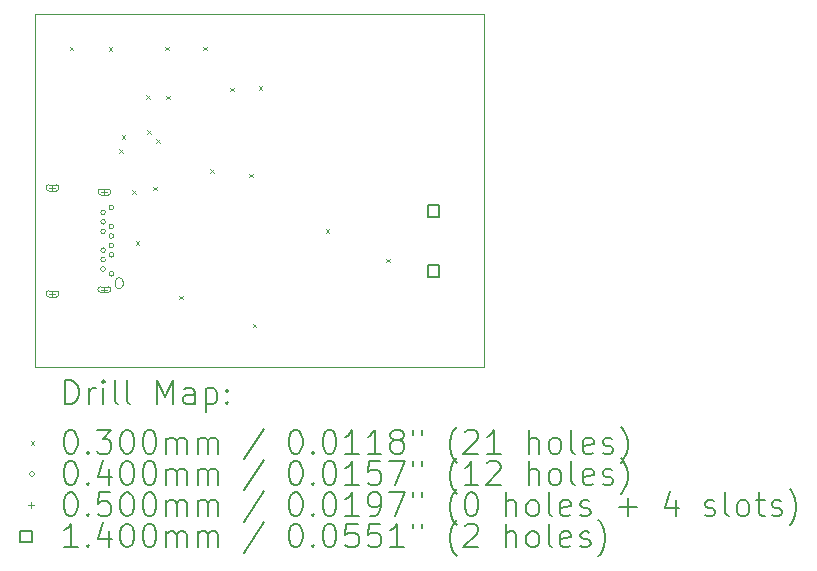
<source format=gbr>
%TF.GenerationSoftware,KiCad,Pcbnew,9.0.6*%
%TF.CreationDate,2026-01-22T02:23:31+05:30*%
%TF.ProjectId,USB-PD-Trigger-Board,5553422d-5044-42d5-9472-69676765722d,rev?*%
%TF.SameCoordinates,Original*%
%TF.FileFunction,Drillmap*%
%TF.FilePolarity,Positive*%
%FSLAX45Y45*%
G04 Gerber Fmt 4.5, Leading zero omitted, Abs format (unit mm)*
G04 Created by KiCad (PCBNEW 9.0.6) date 2026-01-22 02:23:31*
%MOMM*%
%LPD*%
G01*
G04 APERTURE LIST*
%ADD10C,0.050000*%
%ADD11C,0.010000*%
%ADD12C,0.200000*%
%ADD13C,0.100000*%
%ADD14C,0.140000*%
G04 APERTURE END LIST*
D10*
X10860000Y-9560000D02*
X14660000Y-9560000D01*
X14660000Y-12550000D01*
X10860000Y-12550000D01*
X10860000Y-9560000D01*
D11*
X11541750Y-11856000D02*
X11541750Y-11826000D01*
X11606750Y-11826000D02*
X11606750Y-11856000D01*
X11541750Y-11826000D02*
G75*
G02*
X11574250Y-11793500I32500J0D01*
G01*
X11574250Y-11793500D02*
G75*
G02*
X11606750Y-11826000I0J-32500D01*
G01*
X11574250Y-11888500D02*
G75*
G02*
X11541750Y-11856000I0J32500D01*
G01*
X11606750Y-11856000D02*
G75*
G02*
X11574250Y-11888500I-32500J0D01*
G01*
D12*
D13*
X11155000Y-9837700D02*
X11185000Y-9867700D01*
X11185000Y-9837700D02*
X11155000Y-9867700D01*
X11485000Y-9845000D02*
X11515000Y-9875000D01*
X11515000Y-9845000D02*
X11485000Y-9875000D01*
X11575000Y-10706250D02*
X11605000Y-10736250D01*
X11605000Y-10706250D02*
X11575000Y-10736250D01*
X11595000Y-10586250D02*
X11625000Y-10616250D01*
X11625000Y-10586250D02*
X11595000Y-10616250D01*
X11685000Y-11055000D02*
X11715000Y-11085000D01*
X11715000Y-11055000D02*
X11685000Y-11085000D01*
X11715000Y-11485000D02*
X11745000Y-11515000D01*
X11745000Y-11485000D02*
X11715000Y-11515000D01*
X11805374Y-10250521D02*
X11835374Y-10280521D01*
X11835374Y-10250521D02*
X11805374Y-10280521D01*
X11815000Y-10545000D02*
X11845000Y-10575000D01*
X11845000Y-10545000D02*
X11815000Y-10575000D01*
X11863600Y-11025000D02*
X11893600Y-11055000D01*
X11893600Y-11025000D02*
X11863600Y-11055000D01*
X11887500Y-10621250D02*
X11917500Y-10651250D01*
X11917500Y-10621250D02*
X11887500Y-10651250D01*
X11965000Y-9837700D02*
X11995000Y-9867700D01*
X11995000Y-9837700D02*
X11965000Y-9867700D01*
X11975000Y-10254558D02*
X12005000Y-10284558D01*
X12005000Y-10254558D02*
X11975000Y-10284558D01*
X12085000Y-11945000D02*
X12115000Y-11975000D01*
X12115000Y-11945000D02*
X12085000Y-11975000D01*
X12285000Y-9837700D02*
X12315000Y-9867700D01*
X12315000Y-9837700D02*
X12285000Y-9867700D01*
X12345000Y-10875000D02*
X12375000Y-10905000D01*
X12375000Y-10875000D02*
X12345000Y-10905000D01*
X12515000Y-10185000D02*
X12545000Y-10215000D01*
X12545000Y-10185000D02*
X12515000Y-10215000D01*
X12675000Y-10915000D02*
X12705000Y-10945000D01*
X12705000Y-10915000D02*
X12675000Y-10945000D01*
X12705000Y-12185000D02*
X12735000Y-12215000D01*
X12735000Y-12185000D02*
X12705000Y-12215000D01*
X12755000Y-10175000D02*
X12785000Y-10205000D01*
X12785000Y-10175000D02*
X12755000Y-10205000D01*
X13325000Y-11385000D02*
X13355000Y-11415000D01*
X13355000Y-11385000D02*
X13325000Y-11415000D01*
X13835000Y-11635000D02*
X13865000Y-11665000D01*
X13865000Y-11635000D02*
X13835000Y-11665000D01*
X11459250Y-11241000D02*
G75*
G02*
X11419250Y-11241000I-20000J0D01*
G01*
X11419250Y-11241000D02*
G75*
G02*
X11459250Y-11241000I20000J0D01*
G01*
X11459250Y-11321000D02*
G75*
G02*
X11419250Y-11321000I-20000J0D01*
G01*
X11419250Y-11321000D02*
G75*
G02*
X11459250Y-11321000I20000J0D01*
G01*
X11459250Y-11401000D02*
G75*
G02*
X11419250Y-11401000I-20000J0D01*
G01*
X11419250Y-11401000D02*
G75*
G02*
X11459250Y-11401000I20000J0D01*
G01*
X11459250Y-11561000D02*
G75*
G02*
X11419250Y-11561000I-20000J0D01*
G01*
X11419250Y-11561000D02*
G75*
G02*
X11459250Y-11561000I20000J0D01*
G01*
X11459250Y-11641000D02*
G75*
G02*
X11419250Y-11641000I-20000J0D01*
G01*
X11419250Y-11641000D02*
G75*
G02*
X11459250Y-11641000I20000J0D01*
G01*
X11459250Y-11721000D02*
G75*
G02*
X11419250Y-11721000I-20000J0D01*
G01*
X11419250Y-11721000D02*
G75*
G02*
X11459250Y-11721000I20000J0D01*
G01*
X11529250Y-11201000D02*
G75*
G02*
X11489250Y-11201000I-20000J0D01*
G01*
X11489250Y-11201000D02*
G75*
G02*
X11529250Y-11201000I20000J0D01*
G01*
X11529250Y-11361000D02*
G75*
G02*
X11489250Y-11361000I-20000J0D01*
G01*
X11489250Y-11361000D02*
G75*
G02*
X11529250Y-11361000I20000J0D01*
G01*
X11529250Y-11441000D02*
G75*
G02*
X11489250Y-11441000I-20000J0D01*
G01*
X11489250Y-11441000D02*
G75*
G02*
X11529250Y-11441000I20000J0D01*
G01*
X11529250Y-11521000D02*
G75*
G02*
X11489250Y-11521000I-20000J0D01*
G01*
X11489250Y-11521000D02*
G75*
G02*
X11529250Y-11521000I20000J0D01*
G01*
X11529250Y-11601000D02*
G75*
G02*
X11489250Y-11601000I-20000J0D01*
G01*
X11489250Y-11601000D02*
G75*
G02*
X11529250Y-11601000I20000J0D01*
G01*
X11529250Y-11761000D02*
G75*
G02*
X11489250Y-11761000I-20000J0D01*
G01*
X11489250Y-11761000D02*
G75*
G02*
X11529250Y-11761000I20000J0D01*
G01*
X11010250Y-11007000D02*
X11010250Y-11057000D01*
X10985250Y-11032000D02*
X11035250Y-11032000D01*
X11040250Y-11007000D02*
X10980250Y-11007000D01*
X10980250Y-11057000D02*
G75*
G02*
X10980250Y-11007000I0J25000D01*
G01*
X10980250Y-11057000D02*
X11040250Y-11057000D01*
X11040250Y-11057000D02*
G75*
G03*
X11040250Y-11007000I0J25000D01*
G01*
X11010250Y-11905000D02*
X11010250Y-11955000D01*
X10985250Y-11930000D02*
X11035250Y-11930000D01*
X11040250Y-11905000D02*
X10980250Y-11905000D01*
X10980250Y-11955000D02*
G75*
G02*
X10980250Y-11905000I0J25000D01*
G01*
X10980250Y-11955000D02*
X11040250Y-11955000D01*
X11040250Y-11955000D02*
G75*
G03*
X11040250Y-11905000I0J25000D01*
G01*
X11450250Y-11043000D02*
X11450250Y-11093000D01*
X11425250Y-11068000D02*
X11475250Y-11068000D01*
X11480250Y-11043000D02*
X11420250Y-11043000D01*
X11420250Y-11093000D02*
G75*
G02*
X11420250Y-11043000I0J25000D01*
G01*
X11420250Y-11093000D02*
X11480250Y-11093000D01*
X11480250Y-11093000D02*
G75*
G03*
X11480250Y-11043000I0J25000D01*
G01*
X11450250Y-11869000D02*
X11450250Y-11919000D01*
X11425250Y-11894000D02*
X11475250Y-11894000D01*
X11480250Y-11869000D02*
X11420250Y-11869000D01*
X11420250Y-11919000D02*
G75*
G02*
X11420250Y-11869000I0J25000D01*
G01*
X11420250Y-11919000D02*
X11480250Y-11919000D01*
X11480250Y-11919000D02*
G75*
G03*
X11480250Y-11869000I0J25000D01*
G01*
D14*
X14286398Y-11276498D02*
X14286398Y-11177502D01*
X14187402Y-11177502D01*
X14187402Y-11276498D01*
X14286398Y-11276498D01*
X14286398Y-11784498D02*
X14286398Y-11685502D01*
X14187402Y-11685502D01*
X14187402Y-11784498D01*
X14286398Y-11784498D01*
D12*
X11118277Y-12863984D02*
X11118277Y-12663984D01*
X11118277Y-12663984D02*
X11165896Y-12663984D01*
X11165896Y-12663984D02*
X11194467Y-12673508D01*
X11194467Y-12673508D02*
X11213515Y-12692555D01*
X11213515Y-12692555D02*
X11223039Y-12711603D01*
X11223039Y-12711603D02*
X11232562Y-12749698D01*
X11232562Y-12749698D02*
X11232562Y-12778269D01*
X11232562Y-12778269D02*
X11223039Y-12816365D01*
X11223039Y-12816365D02*
X11213515Y-12835412D01*
X11213515Y-12835412D02*
X11194467Y-12854460D01*
X11194467Y-12854460D02*
X11165896Y-12863984D01*
X11165896Y-12863984D02*
X11118277Y-12863984D01*
X11318277Y-12863984D02*
X11318277Y-12730650D01*
X11318277Y-12768746D02*
X11327801Y-12749698D01*
X11327801Y-12749698D02*
X11337324Y-12740174D01*
X11337324Y-12740174D02*
X11356372Y-12730650D01*
X11356372Y-12730650D02*
X11375420Y-12730650D01*
X11442086Y-12863984D02*
X11442086Y-12730650D01*
X11442086Y-12663984D02*
X11432562Y-12673508D01*
X11432562Y-12673508D02*
X11442086Y-12683031D01*
X11442086Y-12683031D02*
X11451610Y-12673508D01*
X11451610Y-12673508D02*
X11442086Y-12663984D01*
X11442086Y-12663984D02*
X11442086Y-12683031D01*
X11565896Y-12863984D02*
X11546848Y-12854460D01*
X11546848Y-12854460D02*
X11537324Y-12835412D01*
X11537324Y-12835412D02*
X11537324Y-12663984D01*
X11670658Y-12863984D02*
X11651610Y-12854460D01*
X11651610Y-12854460D02*
X11642086Y-12835412D01*
X11642086Y-12835412D02*
X11642086Y-12663984D01*
X11899229Y-12863984D02*
X11899229Y-12663984D01*
X11899229Y-12663984D02*
X11965896Y-12806841D01*
X11965896Y-12806841D02*
X12032562Y-12663984D01*
X12032562Y-12663984D02*
X12032562Y-12863984D01*
X12213515Y-12863984D02*
X12213515Y-12759222D01*
X12213515Y-12759222D02*
X12203991Y-12740174D01*
X12203991Y-12740174D02*
X12184943Y-12730650D01*
X12184943Y-12730650D02*
X12146848Y-12730650D01*
X12146848Y-12730650D02*
X12127801Y-12740174D01*
X12213515Y-12854460D02*
X12194467Y-12863984D01*
X12194467Y-12863984D02*
X12146848Y-12863984D01*
X12146848Y-12863984D02*
X12127801Y-12854460D01*
X12127801Y-12854460D02*
X12118277Y-12835412D01*
X12118277Y-12835412D02*
X12118277Y-12816365D01*
X12118277Y-12816365D02*
X12127801Y-12797317D01*
X12127801Y-12797317D02*
X12146848Y-12787793D01*
X12146848Y-12787793D02*
X12194467Y-12787793D01*
X12194467Y-12787793D02*
X12213515Y-12778269D01*
X12308753Y-12730650D02*
X12308753Y-12930650D01*
X12308753Y-12740174D02*
X12327801Y-12730650D01*
X12327801Y-12730650D02*
X12365896Y-12730650D01*
X12365896Y-12730650D02*
X12384943Y-12740174D01*
X12384943Y-12740174D02*
X12394467Y-12749698D01*
X12394467Y-12749698D02*
X12403991Y-12768746D01*
X12403991Y-12768746D02*
X12403991Y-12825888D01*
X12403991Y-12825888D02*
X12394467Y-12844936D01*
X12394467Y-12844936D02*
X12384943Y-12854460D01*
X12384943Y-12854460D02*
X12365896Y-12863984D01*
X12365896Y-12863984D02*
X12327801Y-12863984D01*
X12327801Y-12863984D02*
X12308753Y-12854460D01*
X12489705Y-12844936D02*
X12499229Y-12854460D01*
X12499229Y-12854460D02*
X12489705Y-12863984D01*
X12489705Y-12863984D02*
X12480182Y-12854460D01*
X12480182Y-12854460D02*
X12489705Y-12844936D01*
X12489705Y-12844936D02*
X12489705Y-12863984D01*
X12489705Y-12740174D02*
X12499229Y-12749698D01*
X12499229Y-12749698D02*
X12489705Y-12759222D01*
X12489705Y-12759222D02*
X12480182Y-12749698D01*
X12480182Y-12749698D02*
X12489705Y-12740174D01*
X12489705Y-12740174D02*
X12489705Y-12759222D01*
D13*
X10827500Y-13177500D02*
X10857500Y-13207500D01*
X10857500Y-13177500D02*
X10827500Y-13207500D01*
D12*
X11156372Y-13083984D02*
X11175420Y-13083984D01*
X11175420Y-13083984D02*
X11194467Y-13093508D01*
X11194467Y-13093508D02*
X11203991Y-13103031D01*
X11203991Y-13103031D02*
X11213515Y-13122079D01*
X11213515Y-13122079D02*
X11223039Y-13160174D01*
X11223039Y-13160174D02*
X11223039Y-13207793D01*
X11223039Y-13207793D02*
X11213515Y-13245888D01*
X11213515Y-13245888D02*
X11203991Y-13264936D01*
X11203991Y-13264936D02*
X11194467Y-13274460D01*
X11194467Y-13274460D02*
X11175420Y-13283984D01*
X11175420Y-13283984D02*
X11156372Y-13283984D01*
X11156372Y-13283984D02*
X11137324Y-13274460D01*
X11137324Y-13274460D02*
X11127801Y-13264936D01*
X11127801Y-13264936D02*
X11118277Y-13245888D01*
X11118277Y-13245888D02*
X11108753Y-13207793D01*
X11108753Y-13207793D02*
X11108753Y-13160174D01*
X11108753Y-13160174D02*
X11118277Y-13122079D01*
X11118277Y-13122079D02*
X11127801Y-13103031D01*
X11127801Y-13103031D02*
X11137324Y-13093508D01*
X11137324Y-13093508D02*
X11156372Y-13083984D01*
X11308753Y-13264936D02*
X11318277Y-13274460D01*
X11318277Y-13274460D02*
X11308753Y-13283984D01*
X11308753Y-13283984D02*
X11299229Y-13274460D01*
X11299229Y-13274460D02*
X11308753Y-13264936D01*
X11308753Y-13264936D02*
X11308753Y-13283984D01*
X11384943Y-13083984D02*
X11508753Y-13083984D01*
X11508753Y-13083984D02*
X11442086Y-13160174D01*
X11442086Y-13160174D02*
X11470658Y-13160174D01*
X11470658Y-13160174D02*
X11489705Y-13169698D01*
X11489705Y-13169698D02*
X11499229Y-13179222D01*
X11499229Y-13179222D02*
X11508753Y-13198269D01*
X11508753Y-13198269D02*
X11508753Y-13245888D01*
X11508753Y-13245888D02*
X11499229Y-13264936D01*
X11499229Y-13264936D02*
X11489705Y-13274460D01*
X11489705Y-13274460D02*
X11470658Y-13283984D01*
X11470658Y-13283984D02*
X11413515Y-13283984D01*
X11413515Y-13283984D02*
X11394467Y-13274460D01*
X11394467Y-13274460D02*
X11384943Y-13264936D01*
X11632562Y-13083984D02*
X11651610Y-13083984D01*
X11651610Y-13083984D02*
X11670658Y-13093508D01*
X11670658Y-13093508D02*
X11680182Y-13103031D01*
X11680182Y-13103031D02*
X11689705Y-13122079D01*
X11689705Y-13122079D02*
X11699229Y-13160174D01*
X11699229Y-13160174D02*
X11699229Y-13207793D01*
X11699229Y-13207793D02*
X11689705Y-13245888D01*
X11689705Y-13245888D02*
X11680182Y-13264936D01*
X11680182Y-13264936D02*
X11670658Y-13274460D01*
X11670658Y-13274460D02*
X11651610Y-13283984D01*
X11651610Y-13283984D02*
X11632562Y-13283984D01*
X11632562Y-13283984D02*
X11613515Y-13274460D01*
X11613515Y-13274460D02*
X11603991Y-13264936D01*
X11603991Y-13264936D02*
X11594467Y-13245888D01*
X11594467Y-13245888D02*
X11584943Y-13207793D01*
X11584943Y-13207793D02*
X11584943Y-13160174D01*
X11584943Y-13160174D02*
X11594467Y-13122079D01*
X11594467Y-13122079D02*
X11603991Y-13103031D01*
X11603991Y-13103031D02*
X11613515Y-13093508D01*
X11613515Y-13093508D02*
X11632562Y-13083984D01*
X11823039Y-13083984D02*
X11842086Y-13083984D01*
X11842086Y-13083984D02*
X11861134Y-13093508D01*
X11861134Y-13093508D02*
X11870658Y-13103031D01*
X11870658Y-13103031D02*
X11880182Y-13122079D01*
X11880182Y-13122079D02*
X11889705Y-13160174D01*
X11889705Y-13160174D02*
X11889705Y-13207793D01*
X11889705Y-13207793D02*
X11880182Y-13245888D01*
X11880182Y-13245888D02*
X11870658Y-13264936D01*
X11870658Y-13264936D02*
X11861134Y-13274460D01*
X11861134Y-13274460D02*
X11842086Y-13283984D01*
X11842086Y-13283984D02*
X11823039Y-13283984D01*
X11823039Y-13283984D02*
X11803991Y-13274460D01*
X11803991Y-13274460D02*
X11794467Y-13264936D01*
X11794467Y-13264936D02*
X11784943Y-13245888D01*
X11784943Y-13245888D02*
X11775420Y-13207793D01*
X11775420Y-13207793D02*
X11775420Y-13160174D01*
X11775420Y-13160174D02*
X11784943Y-13122079D01*
X11784943Y-13122079D02*
X11794467Y-13103031D01*
X11794467Y-13103031D02*
X11803991Y-13093508D01*
X11803991Y-13093508D02*
X11823039Y-13083984D01*
X11975420Y-13283984D02*
X11975420Y-13150650D01*
X11975420Y-13169698D02*
X11984943Y-13160174D01*
X11984943Y-13160174D02*
X12003991Y-13150650D01*
X12003991Y-13150650D02*
X12032563Y-13150650D01*
X12032563Y-13150650D02*
X12051610Y-13160174D01*
X12051610Y-13160174D02*
X12061134Y-13179222D01*
X12061134Y-13179222D02*
X12061134Y-13283984D01*
X12061134Y-13179222D02*
X12070658Y-13160174D01*
X12070658Y-13160174D02*
X12089705Y-13150650D01*
X12089705Y-13150650D02*
X12118277Y-13150650D01*
X12118277Y-13150650D02*
X12137324Y-13160174D01*
X12137324Y-13160174D02*
X12146848Y-13179222D01*
X12146848Y-13179222D02*
X12146848Y-13283984D01*
X12242086Y-13283984D02*
X12242086Y-13150650D01*
X12242086Y-13169698D02*
X12251610Y-13160174D01*
X12251610Y-13160174D02*
X12270658Y-13150650D01*
X12270658Y-13150650D02*
X12299229Y-13150650D01*
X12299229Y-13150650D02*
X12318277Y-13160174D01*
X12318277Y-13160174D02*
X12327801Y-13179222D01*
X12327801Y-13179222D02*
X12327801Y-13283984D01*
X12327801Y-13179222D02*
X12337324Y-13160174D01*
X12337324Y-13160174D02*
X12356372Y-13150650D01*
X12356372Y-13150650D02*
X12384943Y-13150650D01*
X12384943Y-13150650D02*
X12403991Y-13160174D01*
X12403991Y-13160174D02*
X12413515Y-13179222D01*
X12413515Y-13179222D02*
X12413515Y-13283984D01*
X12803991Y-13074460D02*
X12632563Y-13331603D01*
X13061134Y-13083984D02*
X13080182Y-13083984D01*
X13080182Y-13083984D02*
X13099229Y-13093508D01*
X13099229Y-13093508D02*
X13108753Y-13103031D01*
X13108753Y-13103031D02*
X13118277Y-13122079D01*
X13118277Y-13122079D02*
X13127801Y-13160174D01*
X13127801Y-13160174D02*
X13127801Y-13207793D01*
X13127801Y-13207793D02*
X13118277Y-13245888D01*
X13118277Y-13245888D02*
X13108753Y-13264936D01*
X13108753Y-13264936D02*
X13099229Y-13274460D01*
X13099229Y-13274460D02*
X13080182Y-13283984D01*
X13080182Y-13283984D02*
X13061134Y-13283984D01*
X13061134Y-13283984D02*
X13042086Y-13274460D01*
X13042086Y-13274460D02*
X13032563Y-13264936D01*
X13032563Y-13264936D02*
X13023039Y-13245888D01*
X13023039Y-13245888D02*
X13013515Y-13207793D01*
X13013515Y-13207793D02*
X13013515Y-13160174D01*
X13013515Y-13160174D02*
X13023039Y-13122079D01*
X13023039Y-13122079D02*
X13032563Y-13103031D01*
X13032563Y-13103031D02*
X13042086Y-13093508D01*
X13042086Y-13093508D02*
X13061134Y-13083984D01*
X13213515Y-13264936D02*
X13223039Y-13274460D01*
X13223039Y-13274460D02*
X13213515Y-13283984D01*
X13213515Y-13283984D02*
X13203991Y-13274460D01*
X13203991Y-13274460D02*
X13213515Y-13264936D01*
X13213515Y-13264936D02*
X13213515Y-13283984D01*
X13346848Y-13083984D02*
X13365896Y-13083984D01*
X13365896Y-13083984D02*
X13384944Y-13093508D01*
X13384944Y-13093508D02*
X13394467Y-13103031D01*
X13394467Y-13103031D02*
X13403991Y-13122079D01*
X13403991Y-13122079D02*
X13413515Y-13160174D01*
X13413515Y-13160174D02*
X13413515Y-13207793D01*
X13413515Y-13207793D02*
X13403991Y-13245888D01*
X13403991Y-13245888D02*
X13394467Y-13264936D01*
X13394467Y-13264936D02*
X13384944Y-13274460D01*
X13384944Y-13274460D02*
X13365896Y-13283984D01*
X13365896Y-13283984D02*
X13346848Y-13283984D01*
X13346848Y-13283984D02*
X13327801Y-13274460D01*
X13327801Y-13274460D02*
X13318277Y-13264936D01*
X13318277Y-13264936D02*
X13308753Y-13245888D01*
X13308753Y-13245888D02*
X13299229Y-13207793D01*
X13299229Y-13207793D02*
X13299229Y-13160174D01*
X13299229Y-13160174D02*
X13308753Y-13122079D01*
X13308753Y-13122079D02*
X13318277Y-13103031D01*
X13318277Y-13103031D02*
X13327801Y-13093508D01*
X13327801Y-13093508D02*
X13346848Y-13083984D01*
X13603991Y-13283984D02*
X13489706Y-13283984D01*
X13546848Y-13283984D02*
X13546848Y-13083984D01*
X13546848Y-13083984D02*
X13527801Y-13112555D01*
X13527801Y-13112555D02*
X13508753Y-13131603D01*
X13508753Y-13131603D02*
X13489706Y-13141127D01*
X13794467Y-13283984D02*
X13680182Y-13283984D01*
X13737325Y-13283984D02*
X13737325Y-13083984D01*
X13737325Y-13083984D02*
X13718277Y-13112555D01*
X13718277Y-13112555D02*
X13699229Y-13131603D01*
X13699229Y-13131603D02*
X13680182Y-13141127D01*
X13908753Y-13169698D02*
X13889706Y-13160174D01*
X13889706Y-13160174D02*
X13880182Y-13150650D01*
X13880182Y-13150650D02*
X13870658Y-13131603D01*
X13870658Y-13131603D02*
X13870658Y-13122079D01*
X13870658Y-13122079D02*
X13880182Y-13103031D01*
X13880182Y-13103031D02*
X13889706Y-13093508D01*
X13889706Y-13093508D02*
X13908753Y-13083984D01*
X13908753Y-13083984D02*
X13946848Y-13083984D01*
X13946848Y-13083984D02*
X13965896Y-13093508D01*
X13965896Y-13093508D02*
X13975420Y-13103031D01*
X13975420Y-13103031D02*
X13984944Y-13122079D01*
X13984944Y-13122079D02*
X13984944Y-13131603D01*
X13984944Y-13131603D02*
X13975420Y-13150650D01*
X13975420Y-13150650D02*
X13965896Y-13160174D01*
X13965896Y-13160174D02*
X13946848Y-13169698D01*
X13946848Y-13169698D02*
X13908753Y-13169698D01*
X13908753Y-13169698D02*
X13889706Y-13179222D01*
X13889706Y-13179222D02*
X13880182Y-13188746D01*
X13880182Y-13188746D02*
X13870658Y-13207793D01*
X13870658Y-13207793D02*
X13870658Y-13245888D01*
X13870658Y-13245888D02*
X13880182Y-13264936D01*
X13880182Y-13264936D02*
X13889706Y-13274460D01*
X13889706Y-13274460D02*
X13908753Y-13283984D01*
X13908753Y-13283984D02*
X13946848Y-13283984D01*
X13946848Y-13283984D02*
X13965896Y-13274460D01*
X13965896Y-13274460D02*
X13975420Y-13264936D01*
X13975420Y-13264936D02*
X13984944Y-13245888D01*
X13984944Y-13245888D02*
X13984944Y-13207793D01*
X13984944Y-13207793D02*
X13975420Y-13188746D01*
X13975420Y-13188746D02*
X13965896Y-13179222D01*
X13965896Y-13179222D02*
X13946848Y-13169698D01*
X14061134Y-13083984D02*
X14061134Y-13122079D01*
X14137325Y-13083984D02*
X14137325Y-13122079D01*
X14432563Y-13360174D02*
X14423039Y-13350650D01*
X14423039Y-13350650D02*
X14403991Y-13322079D01*
X14403991Y-13322079D02*
X14394468Y-13303031D01*
X14394468Y-13303031D02*
X14384944Y-13274460D01*
X14384944Y-13274460D02*
X14375420Y-13226841D01*
X14375420Y-13226841D02*
X14375420Y-13188746D01*
X14375420Y-13188746D02*
X14384944Y-13141127D01*
X14384944Y-13141127D02*
X14394468Y-13112555D01*
X14394468Y-13112555D02*
X14403991Y-13093508D01*
X14403991Y-13093508D02*
X14423039Y-13064936D01*
X14423039Y-13064936D02*
X14432563Y-13055412D01*
X14499229Y-13103031D02*
X14508753Y-13093508D01*
X14508753Y-13093508D02*
X14527801Y-13083984D01*
X14527801Y-13083984D02*
X14575420Y-13083984D01*
X14575420Y-13083984D02*
X14594468Y-13093508D01*
X14594468Y-13093508D02*
X14603991Y-13103031D01*
X14603991Y-13103031D02*
X14613515Y-13122079D01*
X14613515Y-13122079D02*
X14613515Y-13141127D01*
X14613515Y-13141127D02*
X14603991Y-13169698D01*
X14603991Y-13169698D02*
X14489706Y-13283984D01*
X14489706Y-13283984D02*
X14613515Y-13283984D01*
X14803991Y-13283984D02*
X14689706Y-13283984D01*
X14746848Y-13283984D02*
X14746848Y-13083984D01*
X14746848Y-13083984D02*
X14727801Y-13112555D01*
X14727801Y-13112555D02*
X14708753Y-13131603D01*
X14708753Y-13131603D02*
X14689706Y-13141127D01*
X15042087Y-13283984D02*
X15042087Y-13083984D01*
X15127801Y-13283984D02*
X15127801Y-13179222D01*
X15127801Y-13179222D02*
X15118277Y-13160174D01*
X15118277Y-13160174D02*
X15099230Y-13150650D01*
X15099230Y-13150650D02*
X15070658Y-13150650D01*
X15070658Y-13150650D02*
X15051610Y-13160174D01*
X15051610Y-13160174D02*
X15042087Y-13169698D01*
X15251610Y-13283984D02*
X15232563Y-13274460D01*
X15232563Y-13274460D02*
X15223039Y-13264936D01*
X15223039Y-13264936D02*
X15213515Y-13245888D01*
X15213515Y-13245888D02*
X15213515Y-13188746D01*
X15213515Y-13188746D02*
X15223039Y-13169698D01*
X15223039Y-13169698D02*
X15232563Y-13160174D01*
X15232563Y-13160174D02*
X15251610Y-13150650D01*
X15251610Y-13150650D02*
X15280182Y-13150650D01*
X15280182Y-13150650D02*
X15299230Y-13160174D01*
X15299230Y-13160174D02*
X15308753Y-13169698D01*
X15308753Y-13169698D02*
X15318277Y-13188746D01*
X15318277Y-13188746D02*
X15318277Y-13245888D01*
X15318277Y-13245888D02*
X15308753Y-13264936D01*
X15308753Y-13264936D02*
X15299230Y-13274460D01*
X15299230Y-13274460D02*
X15280182Y-13283984D01*
X15280182Y-13283984D02*
X15251610Y-13283984D01*
X15432563Y-13283984D02*
X15413515Y-13274460D01*
X15413515Y-13274460D02*
X15403991Y-13255412D01*
X15403991Y-13255412D02*
X15403991Y-13083984D01*
X15584944Y-13274460D02*
X15565896Y-13283984D01*
X15565896Y-13283984D02*
X15527801Y-13283984D01*
X15527801Y-13283984D02*
X15508753Y-13274460D01*
X15508753Y-13274460D02*
X15499230Y-13255412D01*
X15499230Y-13255412D02*
X15499230Y-13179222D01*
X15499230Y-13179222D02*
X15508753Y-13160174D01*
X15508753Y-13160174D02*
X15527801Y-13150650D01*
X15527801Y-13150650D02*
X15565896Y-13150650D01*
X15565896Y-13150650D02*
X15584944Y-13160174D01*
X15584944Y-13160174D02*
X15594468Y-13179222D01*
X15594468Y-13179222D02*
X15594468Y-13198269D01*
X15594468Y-13198269D02*
X15499230Y-13217317D01*
X15670658Y-13274460D02*
X15689706Y-13283984D01*
X15689706Y-13283984D02*
X15727801Y-13283984D01*
X15727801Y-13283984D02*
X15746849Y-13274460D01*
X15746849Y-13274460D02*
X15756372Y-13255412D01*
X15756372Y-13255412D02*
X15756372Y-13245888D01*
X15756372Y-13245888D02*
X15746849Y-13226841D01*
X15746849Y-13226841D02*
X15727801Y-13217317D01*
X15727801Y-13217317D02*
X15699230Y-13217317D01*
X15699230Y-13217317D02*
X15680182Y-13207793D01*
X15680182Y-13207793D02*
X15670658Y-13188746D01*
X15670658Y-13188746D02*
X15670658Y-13179222D01*
X15670658Y-13179222D02*
X15680182Y-13160174D01*
X15680182Y-13160174D02*
X15699230Y-13150650D01*
X15699230Y-13150650D02*
X15727801Y-13150650D01*
X15727801Y-13150650D02*
X15746849Y-13160174D01*
X15823039Y-13360174D02*
X15832563Y-13350650D01*
X15832563Y-13350650D02*
X15851611Y-13322079D01*
X15851611Y-13322079D02*
X15861134Y-13303031D01*
X15861134Y-13303031D02*
X15870658Y-13274460D01*
X15870658Y-13274460D02*
X15880182Y-13226841D01*
X15880182Y-13226841D02*
X15880182Y-13188746D01*
X15880182Y-13188746D02*
X15870658Y-13141127D01*
X15870658Y-13141127D02*
X15861134Y-13112555D01*
X15861134Y-13112555D02*
X15851611Y-13093508D01*
X15851611Y-13093508D02*
X15832563Y-13064936D01*
X15832563Y-13064936D02*
X15823039Y-13055412D01*
D13*
X10857500Y-13456500D02*
G75*
G02*
X10817500Y-13456500I-20000J0D01*
G01*
X10817500Y-13456500D02*
G75*
G02*
X10857500Y-13456500I20000J0D01*
G01*
D12*
X11156372Y-13347984D02*
X11175420Y-13347984D01*
X11175420Y-13347984D02*
X11194467Y-13357508D01*
X11194467Y-13357508D02*
X11203991Y-13367031D01*
X11203991Y-13367031D02*
X11213515Y-13386079D01*
X11213515Y-13386079D02*
X11223039Y-13424174D01*
X11223039Y-13424174D02*
X11223039Y-13471793D01*
X11223039Y-13471793D02*
X11213515Y-13509888D01*
X11213515Y-13509888D02*
X11203991Y-13528936D01*
X11203991Y-13528936D02*
X11194467Y-13538460D01*
X11194467Y-13538460D02*
X11175420Y-13547984D01*
X11175420Y-13547984D02*
X11156372Y-13547984D01*
X11156372Y-13547984D02*
X11137324Y-13538460D01*
X11137324Y-13538460D02*
X11127801Y-13528936D01*
X11127801Y-13528936D02*
X11118277Y-13509888D01*
X11118277Y-13509888D02*
X11108753Y-13471793D01*
X11108753Y-13471793D02*
X11108753Y-13424174D01*
X11108753Y-13424174D02*
X11118277Y-13386079D01*
X11118277Y-13386079D02*
X11127801Y-13367031D01*
X11127801Y-13367031D02*
X11137324Y-13357508D01*
X11137324Y-13357508D02*
X11156372Y-13347984D01*
X11308753Y-13528936D02*
X11318277Y-13538460D01*
X11318277Y-13538460D02*
X11308753Y-13547984D01*
X11308753Y-13547984D02*
X11299229Y-13538460D01*
X11299229Y-13538460D02*
X11308753Y-13528936D01*
X11308753Y-13528936D02*
X11308753Y-13547984D01*
X11489705Y-13414650D02*
X11489705Y-13547984D01*
X11442086Y-13338460D02*
X11394467Y-13481317D01*
X11394467Y-13481317D02*
X11518277Y-13481317D01*
X11632562Y-13347984D02*
X11651610Y-13347984D01*
X11651610Y-13347984D02*
X11670658Y-13357508D01*
X11670658Y-13357508D02*
X11680182Y-13367031D01*
X11680182Y-13367031D02*
X11689705Y-13386079D01*
X11689705Y-13386079D02*
X11699229Y-13424174D01*
X11699229Y-13424174D02*
X11699229Y-13471793D01*
X11699229Y-13471793D02*
X11689705Y-13509888D01*
X11689705Y-13509888D02*
X11680182Y-13528936D01*
X11680182Y-13528936D02*
X11670658Y-13538460D01*
X11670658Y-13538460D02*
X11651610Y-13547984D01*
X11651610Y-13547984D02*
X11632562Y-13547984D01*
X11632562Y-13547984D02*
X11613515Y-13538460D01*
X11613515Y-13538460D02*
X11603991Y-13528936D01*
X11603991Y-13528936D02*
X11594467Y-13509888D01*
X11594467Y-13509888D02*
X11584943Y-13471793D01*
X11584943Y-13471793D02*
X11584943Y-13424174D01*
X11584943Y-13424174D02*
X11594467Y-13386079D01*
X11594467Y-13386079D02*
X11603991Y-13367031D01*
X11603991Y-13367031D02*
X11613515Y-13357508D01*
X11613515Y-13357508D02*
X11632562Y-13347984D01*
X11823039Y-13347984D02*
X11842086Y-13347984D01*
X11842086Y-13347984D02*
X11861134Y-13357508D01*
X11861134Y-13357508D02*
X11870658Y-13367031D01*
X11870658Y-13367031D02*
X11880182Y-13386079D01*
X11880182Y-13386079D02*
X11889705Y-13424174D01*
X11889705Y-13424174D02*
X11889705Y-13471793D01*
X11889705Y-13471793D02*
X11880182Y-13509888D01*
X11880182Y-13509888D02*
X11870658Y-13528936D01*
X11870658Y-13528936D02*
X11861134Y-13538460D01*
X11861134Y-13538460D02*
X11842086Y-13547984D01*
X11842086Y-13547984D02*
X11823039Y-13547984D01*
X11823039Y-13547984D02*
X11803991Y-13538460D01*
X11803991Y-13538460D02*
X11794467Y-13528936D01*
X11794467Y-13528936D02*
X11784943Y-13509888D01*
X11784943Y-13509888D02*
X11775420Y-13471793D01*
X11775420Y-13471793D02*
X11775420Y-13424174D01*
X11775420Y-13424174D02*
X11784943Y-13386079D01*
X11784943Y-13386079D02*
X11794467Y-13367031D01*
X11794467Y-13367031D02*
X11803991Y-13357508D01*
X11803991Y-13357508D02*
X11823039Y-13347984D01*
X11975420Y-13547984D02*
X11975420Y-13414650D01*
X11975420Y-13433698D02*
X11984943Y-13424174D01*
X11984943Y-13424174D02*
X12003991Y-13414650D01*
X12003991Y-13414650D02*
X12032563Y-13414650D01*
X12032563Y-13414650D02*
X12051610Y-13424174D01*
X12051610Y-13424174D02*
X12061134Y-13443222D01*
X12061134Y-13443222D02*
X12061134Y-13547984D01*
X12061134Y-13443222D02*
X12070658Y-13424174D01*
X12070658Y-13424174D02*
X12089705Y-13414650D01*
X12089705Y-13414650D02*
X12118277Y-13414650D01*
X12118277Y-13414650D02*
X12137324Y-13424174D01*
X12137324Y-13424174D02*
X12146848Y-13443222D01*
X12146848Y-13443222D02*
X12146848Y-13547984D01*
X12242086Y-13547984D02*
X12242086Y-13414650D01*
X12242086Y-13433698D02*
X12251610Y-13424174D01*
X12251610Y-13424174D02*
X12270658Y-13414650D01*
X12270658Y-13414650D02*
X12299229Y-13414650D01*
X12299229Y-13414650D02*
X12318277Y-13424174D01*
X12318277Y-13424174D02*
X12327801Y-13443222D01*
X12327801Y-13443222D02*
X12327801Y-13547984D01*
X12327801Y-13443222D02*
X12337324Y-13424174D01*
X12337324Y-13424174D02*
X12356372Y-13414650D01*
X12356372Y-13414650D02*
X12384943Y-13414650D01*
X12384943Y-13414650D02*
X12403991Y-13424174D01*
X12403991Y-13424174D02*
X12413515Y-13443222D01*
X12413515Y-13443222D02*
X12413515Y-13547984D01*
X12803991Y-13338460D02*
X12632563Y-13595603D01*
X13061134Y-13347984D02*
X13080182Y-13347984D01*
X13080182Y-13347984D02*
X13099229Y-13357508D01*
X13099229Y-13357508D02*
X13108753Y-13367031D01*
X13108753Y-13367031D02*
X13118277Y-13386079D01*
X13118277Y-13386079D02*
X13127801Y-13424174D01*
X13127801Y-13424174D02*
X13127801Y-13471793D01*
X13127801Y-13471793D02*
X13118277Y-13509888D01*
X13118277Y-13509888D02*
X13108753Y-13528936D01*
X13108753Y-13528936D02*
X13099229Y-13538460D01*
X13099229Y-13538460D02*
X13080182Y-13547984D01*
X13080182Y-13547984D02*
X13061134Y-13547984D01*
X13061134Y-13547984D02*
X13042086Y-13538460D01*
X13042086Y-13538460D02*
X13032563Y-13528936D01*
X13032563Y-13528936D02*
X13023039Y-13509888D01*
X13023039Y-13509888D02*
X13013515Y-13471793D01*
X13013515Y-13471793D02*
X13013515Y-13424174D01*
X13013515Y-13424174D02*
X13023039Y-13386079D01*
X13023039Y-13386079D02*
X13032563Y-13367031D01*
X13032563Y-13367031D02*
X13042086Y-13357508D01*
X13042086Y-13357508D02*
X13061134Y-13347984D01*
X13213515Y-13528936D02*
X13223039Y-13538460D01*
X13223039Y-13538460D02*
X13213515Y-13547984D01*
X13213515Y-13547984D02*
X13203991Y-13538460D01*
X13203991Y-13538460D02*
X13213515Y-13528936D01*
X13213515Y-13528936D02*
X13213515Y-13547984D01*
X13346848Y-13347984D02*
X13365896Y-13347984D01*
X13365896Y-13347984D02*
X13384944Y-13357508D01*
X13384944Y-13357508D02*
X13394467Y-13367031D01*
X13394467Y-13367031D02*
X13403991Y-13386079D01*
X13403991Y-13386079D02*
X13413515Y-13424174D01*
X13413515Y-13424174D02*
X13413515Y-13471793D01*
X13413515Y-13471793D02*
X13403991Y-13509888D01*
X13403991Y-13509888D02*
X13394467Y-13528936D01*
X13394467Y-13528936D02*
X13384944Y-13538460D01*
X13384944Y-13538460D02*
X13365896Y-13547984D01*
X13365896Y-13547984D02*
X13346848Y-13547984D01*
X13346848Y-13547984D02*
X13327801Y-13538460D01*
X13327801Y-13538460D02*
X13318277Y-13528936D01*
X13318277Y-13528936D02*
X13308753Y-13509888D01*
X13308753Y-13509888D02*
X13299229Y-13471793D01*
X13299229Y-13471793D02*
X13299229Y-13424174D01*
X13299229Y-13424174D02*
X13308753Y-13386079D01*
X13308753Y-13386079D02*
X13318277Y-13367031D01*
X13318277Y-13367031D02*
X13327801Y-13357508D01*
X13327801Y-13357508D02*
X13346848Y-13347984D01*
X13603991Y-13547984D02*
X13489706Y-13547984D01*
X13546848Y-13547984D02*
X13546848Y-13347984D01*
X13546848Y-13347984D02*
X13527801Y-13376555D01*
X13527801Y-13376555D02*
X13508753Y-13395603D01*
X13508753Y-13395603D02*
X13489706Y-13405127D01*
X13784944Y-13347984D02*
X13689706Y-13347984D01*
X13689706Y-13347984D02*
X13680182Y-13443222D01*
X13680182Y-13443222D02*
X13689706Y-13433698D01*
X13689706Y-13433698D02*
X13708753Y-13424174D01*
X13708753Y-13424174D02*
X13756372Y-13424174D01*
X13756372Y-13424174D02*
X13775420Y-13433698D01*
X13775420Y-13433698D02*
X13784944Y-13443222D01*
X13784944Y-13443222D02*
X13794467Y-13462269D01*
X13794467Y-13462269D02*
X13794467Y-13509888D01*
X13794467Y-13509888D02*
X13784944Y-13528936D01*
X13784944Y-13528936D02*
X13775420Y-13538460D01*
X13775420Y-13538460D02*
X13756372Y-13547984D01*
X13756372Y-13547984D02*
X13708753Y-13547984D01*
X13708753Y-13547984D02*
X13689706Y-13538460D01*
X13689706Y-13538460D02*
X13680182Y-13528936D01*
X13861134Y-13347984D02*
X13994467Y-13347984D01*
X13994467Y-13347984D02*
X13908753Y-13547984D01*
X14061134Y-13347984D02*
X14061134Y-13386079D01*
X14137325Y-13347984D02*
X14137325Y-13386079D01*
X14432563Y-13624174D02*
X14423039Y-13614650D01*
X14423039Y-13614650D02*
X14403991Y-13586079D01*
X14403991Y-13586079D02*
X14394468Y-13567031D01*
X14394468Y-13567031D02*
X14384944Y-13538460D01*
X14384944Y-13538460D02*
X14375420Y-13490841D01*
X14375420Y-13490841D02*
X14375420Y-13452746D01*
X14375420Y-13452746D02*
X14384944Y-13405127D01*
X14384944Y-13405127D02*
X14394468Y-13376555D01*
X14394468Y-13376555D02*
X14403991Y-13357508D01*
X14403991Y-13357508D02*
X14423039Y-13328936D01*
X14423039Y-13328936D02*
X14432563Y-13319412D01*
X14613515Y-13547984D02*
X14499229Y-13547984D01*
X14556372Y-13547984D02*
X14556372Y-13347984D01*
X14556372Y-13347984D02*
X14537325Y-13376555D01*
X14537325Y-13376555D02*
X14518277Y-13395603D01*
X14518277Y-13395603D02*
X14499229Y-13405127D01*
X14689706Y-13367031D02*
X14699229Y-13357508D01*
X14699229Y-13357508D02*
X14718277Y-13347984D01*
X14718277Y-13347984D02*
X14765896Y-13347984D01*
X14765896Y-13347984D02*
X14784944Y-13357508D01*
X14784944Y-13357508D02*
X14794468Y-13367031D01*
X14794468Y-13367031D02*
X14803991Y-13386079D01*
X14803991Y-13386079D02*
X14803991Y-13405127D01*
X14803991Y-13405127D02*
X14794468Y-13433698D01*
X14794468Y-13433698D02*
X14680182Y-13547984D01*
X14680182Y-13547984D02*
X14803991Y-13547984D01*
X15042087Y-13547984D02*
X15042087Y-13347984D01*
X15127801Y-13547984D02*
X15127801Y-13443222D01*
X15127801Y-13443222D02*
X15118277Y-13424174D01*
X15118277Y-13424174D02*
X15099230Y-13414650D01*
X15099230Y-13414650D02*
X15070658Y-13414650D01*
X15070658Y-13414650D02*
X15051610Y-13424174D01*
X15051610Y-13424174D02*
X15042087Y-13433698D01*
X15251610Y-13547984D02*
X15232563Y-13538460D01*
X15232563Y-13538460D02*
X15223039Y-13528936D01*
X15223039Y-13528936D02*
X15213515Y-13509888D01*
X15213515Y-13509888D02*
X15213515Y-13452746D01*
X15213515Y-13452746D02*
X15223039Y-13433698D01*
X15223039Y-13433698D02*
X15232563Y-13424174D01*
X15232563Y-13424174D02*
X15251610Y-13414650D01*
X15251610Y-13414650D02*
X15280182Y-13414650D01*
X15280182Y-13414650D02*
X15299230Y-13424174D01*
X15299230Y-13424174D02*
X15308753Y-13433698D01*
X15308753Y-13433698D02*
X15318277Y-13452746D01*
X15318277Y-13452746D02*
X15318277Y-13509888D01*
X15318277Y-13509888D02*
X15308753Y-13528936D01*
X15308753Y-13528936D02*
X15299230Y-13538460D01*
X15299230Y-13538460D02*
X15280182Y-13547984D01*
X15280182Y-13547984D02*
X15251610Y-13547984D01*
X15432563Y-13547984D02*
X15413515Y-13538460D01*
X15413515Y-13538460D02*
X15403991Y-13519412D01*
X15403991Y-13519412D02*
X15403991Y-13347984D01*
X15584944Y-13538460D02*
X15565896Y-13547984D01*
X15565896Y-13547984D02*
X15527801Y-13547984D01*
X15527801Y-13547984D02*
X15508753Y-13538460D01*
X15508753Y-13538460D02*
X15499230Y-13519412D01*
X15499230Y-13519412D02*
X15499230Y-13443222D01*
X15499230Y-13443222D02*
X15508753Y-13424174D01*
X15508753Y-13424174D02*
X15527801Y-13414650D01*
X15527801Y-13414650D02*
X15565896Y-13414650D01*
X15565896Y-13414650D02*
X15584944Y-13424174D01*
X15584944Y-13424174D02*
X15594468Y-13443222D01*
X15594468Y-13443222D02*
X15594468Y-13462269D01*
X15594468Y-13462269D02*
X15499230Y-13481317D01*
X15670658Y-13538460D02*
X15689706Y-13547984D01*
X15689706Y-13547984D02*
X15727801Y-13547984D01*
X15727801Y-13547984D02*
X15746849Y-13538460D01*
X15746849Y-13538460D02*
X15756372Y-13519412D01*
X15756372Y-13519412D02*
X15756372Y-13509888D01*
X15756372Y-13509888D02*
X15746849Y-13490841D01*
X15746849Y-13490841D02*
X15727801Y-13481317D01*
X15727801Y-13481317D02*
X15699230Y-13481317D01*
X15699230Y-13481317D02*
X15680182Y-13471793D01*
X15680182Y-13471793D02*
X15670658Y-13452746D01*
X15670658Y-13452746D02*
X15670658Y-13443222D01*
X15670658Y-13443222D02*
X15680182Y-13424174D01*
X15680182Y-13424174D02*
X15699230Y-13414650D01*
X15699230Y-13414650D02*
X15727801Y-13414650D01*
X15727801Y-13414650D02*
X15746849Y-13424174D01*
X15823039Y-13624174D02*
X15832563Y-13614650D01*
X15832563Y-13614650D02*
X15851611Y-13586079D01*
X15851611Y-13586079D02*
X15861134Y-13567031D01*
X15861134Y-13567031D02*
X15870658Y-13538460D01*
X15870658Y-13538460D02*
X15880182Y-13490841D01*
X15880182Y-13490841D02*
X15880182Y-13452746D01*
X15880182Y-13452746D02*
X15870658Y-13405127D01*
X15870658Y-13405127D02*
X15861134Y-13376555D01*
X15861134Y-13376555D02*
X15851611Y-13357508D01*
X15851611Y-13357508D02*
X15832563Y-13328936D01*
X15832563Y-13328936D02*
X15823039Y-13319412D01*
D13*
X10832500Y-13695500D02*
X10832500Y-13745500D01*
X10807500Y-13720500D02*
X10857500Y-13720500D01*
D12*
X11156372Y-13611984D02*
X11175420Y-13611984D01*
X11175420Y-13611984D02*
X11194467Y-13621508D01*
X11194467Y-13621508D02*
X11203991Y-13631031D01*
X11203991Y-13631031D02*
X11213515Y-13650079D01*
X11213515Y-13650079D02*
X11223039Y-13688174D01*
X11223039Y-13688174D02*
X11223039Y-13735793D01*
X11223039Y-13735793D02*
X11213515Y-13773888D01*
X11213515Y-13773888D02*
X11203991Y-13792936D01*
X11203991Y-13792936D02*
X11194467Y-13802460D01*
X11194467Y-13802460D02*
X11175420Y-13811984D01*
X11175420Y-13811984D02*
X11156372Y-13811984D01*
X11156372Y-13811984D02*
X11137324Y-13802460D01*
X11137324Y-13802460D02*
X11127801Y-13792936D01*
X11127801Y-13792936D02*
X11118277Y-13773888D01*
X11118277Y-13773888D02*
X11108753Y-13735793D01*
X11108753Y-13735793D02*
X11108753Y-13688174D01*
X11108753Y-13688174D02*
X11118277Y-13650079D01*
X11118277Y-13650079D02*
X11127801Y-13631031D01*
X11127801Y-13631031D02*
X11137324Y-13621508D01*
X11137324Y-13621508D02*
X11156372Y-13611984D01*
X11308753Y-13792936D02*
X11318277Y-13802460D01*
X11318277Y-13802460D02*
X11308753Y-13811984D01*
X11308753Y-13811984D02*
X11299229Y-13802460D01*
X11299229Y-13802460D02*
X11308753Y-13792936D01*
X11308753Y-13792936D02*
X11308753Y-13811984D01*
X11499229Y-13611984D02*
X11403991Y-13611984D01*
X11403991Y-13611984D02*
X11394467Y-13707222D01*
X11394467Y-13707222D02*
X11403991Y-13697698D01*
X11403991Y-13697698D02*
X11423039Y-13688174D01*
X11423039Y-13688174D02*
X11470658Y-13688174D01*
X11470658Y-13688174D02*
X11489705Y-13697698D01*
X11489705Y-13697698D02*
X11499229Y-13707222D01*
X11499229Y-13707222D02*
X11508753Y-13726269D01*
X11508753Y-13726269D02*
X11508753Y-13773888D01*
X11508753Y-13773888D02*
X11499229Y-13792936D01*
X11499229Y-13792936D02*
X11489705Y-13802460D01*
X11489705Y-13802460D02*
X11470658Y-13811984D01*
X11470658Y-13811984D02*
X11423039Y-13811984D01*
X11423039Y-13811984D02*
X11403991Y-13802460D01*
X11403991Y-13802460D02*
X11394467Y-13792936D01*
X11632562Y-13611984D02*
X11651610Y-13611984D01*
X11651610Y-13611984D02*
X11670658Y-13621508D01*
X11670658Y-13621508D02*
X11680182Y-13631031D01*
X11680182Y-13631031D02*
X11689705Y-13650079D01*
X11689705Y-13650079D02*
X11699229Y-13688174D01*
X11699229Y-13688174D02*
X11699229Y-13735793D01*
X11699229Y-13735793D02*
X11689705Y-13773888D01*
X11689705Y-13773888D02*
X11680182Y-13792936D01*
X11680182Y-13792936D02*
X11670658Y-13802460D01*
X11670658Y-13802460D02*
X11651610Y-13811984D01*
X11651610Y-13811984D02*
X11632562Y-13811984D01*
X11632562Y-13811984D02*
X11613515Y-13802460D01*
X11613515Y-13802460D02*
X11603991Y-13792936D01*
X11603991Y-13792936D02*
X11594467Y-13773888D01*
X11594467Y-13773888D02*
X11584943Y-13735793D01*
X11584943Y-13735793D02*
X11584943Y-13688174D01*
X11584943Y-13688174D02*
X11594467Y-13650079D01*
X11594467Y-13650079D02*
X11603991Y-13631031D01*
X11603991Y-13631031D02*
X11613515Y-13621508D01*
X11613515Y-13621508D02*
X11632562Y-13611984D01*
X11823039Y-13611984D02*
X11842086Y-13611984D01*
X11842086Y-13611984D02*
X11861134Y-13621508D01*
X11861134Y-13621508D02*
X11870658Y-13631031D01*
X11870658Y-13631031D02*
X11880182Y-13650079D01*
X11880182Y-13650079D02*
X11889705Y-13688174D01*
X11889705Y-13688174D02*
X11889705Y-13735793D01*
X11889705Y-13735793D02*
X11880182Y-13773888D01*
X11880182Y-13773888D02*
X11870658Y-13792936D01*
X11870658Y-13792936D02*
X11861134Y-13802460D01*
X11861134Y-13802460D02*
X11842086Y-13811984D01*
X11842086Y-13811984D02*
X11823039Y-13811984D01*
X11823039Y-13811984D02*
X11803991Y-13802460D01*
X11803991Y-13802460D02*
X11794467Y-13792936D01*
X11794467Y-13792936D02*
X11784943Y-13773888D01*
X11784943Y-13773888D02*
X11775420Y-13735793D01*
X11775420Y-13735793D02*
X11775420Y-13688174D01*
X11775420Y-13688174D02*
X11784943Y-13650079D01*
X11784943Y-13650079D02*
X11794467Y-13631031D01*
X11794467Y-13631031D02*
X11803991Y-13621508D01*
X11803991Y-13621508D02*
X11823039Y-13611984D01*
X11975420Y-13811984D02*
X11975420Y-13678650D01*
X11975420Y-13697698D02*
X11984943Y-13688174D01*
X11984943Y-13688174D02*
X12003991Y-13678650D01*
X12003991Y-13678650D02*
X12032563Y-13678650D01*
X12032563Y-13678650D02*
X12051610Y-13688174D01*
X12051610Y-13688174D02*
X12061134Y-13707222D01*
X12061134Y-13707222D02*
X12061134Y-13811984D01*
X12061134Y-13707222D02*
X12070658Y-13688174D01*
X12070658Y-13688174D02*
X12089705Y-13678650D01*
X12089705Y-13678650D02*
X12118277Y-13678650D01*
X12118277Y-13678650D02*
X12137324Y-13688174D01*
X12137324Y-13688174D02*
X12146848Y-13707222D01*
X12146848Y-13707222D02*
X12146848Y-13811984D01*
X12242086Y-13811984D02*
X12242086Y-13678650D01*
X12242086Y-13697698D02*
X12251610Y-13688174D01*
X12251610Y-13688174D02*
X12270658Y-13678650D01*
X12270658Y-13678650D02*
X12299229Y-13678650D01*
X12299229Y-13678650D02*
X12318277Y-13688174D01*
X12318277Y-13688174D02*
X12327801Y-13707222D01*
X12327801Y-13707222D02*
X12327801Y-13811984D01*
X12327801Y-13707222D02*
X12337324Y-13688174D01*
X12337324Y-13688174D02*
X12356372Y-13678650D01*
X12356372Y-13678650D02*
X12384943Y-13678650D01*
X12384943Y-13678650D02*
X12403991Y-13688174D01*
X12403991Y-13688174D02*
X12413515Y-13707222D01*
X12413515Y-13707222D02*
X12413515Y-13811984D01*
X12803991Y-13602460D02*
X12632563Y-13859603D01*
X13061134Y-13611984D02*
X13080182Y-13611984D01*
X13080182Y-13611984D02*
X13099229Y-13621508D01*
X13099229Y-13621508D02*
X13108753Y-13631031D01*
X13108753Y-13631031D02*
X13118277Y-13650079D01*
X13118277Y-13650079D02*
X13127801Y-13688174D01*
X13127801Y-13688174D02*
X13127801Y-13735793D01*
X13127801Y-13735793D02*
X13118277Y-13773888D01*
X13118277Y-13773888D02*
X13108753Y-13792936D01*
X13108753Y-13792936D02*
X13099229Y-13802460D01*
X13099229Y-13802460D02*
X13080182Y-13811984D01*
X13080182Y-13811984D02*
X13061134Y-13811984D01*
X13061134Y-13811984D02*
X13042086Y-13802460D01*
X13042086Y-13802460D02*
X13032563Y-13792936D01*
X13032563Y-13792936D02*
X13023039Y-13773888D01*
X13023039Y-13773888D02*
X13013515Y-13735793D01*
X13013515Y-13735793D02*
X13013515Y-13688174D01*
X13013515Y-13688174D02*
X13023039Y-13650079D01*
X13023039Y-13650079D02*
X13032563Y-13631031D01*
X13032563Y-13631031D02*
X13042086Y-13621508D01*
X13042086Y-13621508D02*
X13061134Y-13611984D01*
X13213515Y-13792936D02*
X13223039Y-13802460D01*
X13223039Y-13802460D02*
X13213515Y-13811984D01*
X13213515Y-13811984D02*
X13203991Y-13802460D01*
X13203991Y-13802460D02*
X13213515Y-13792936D01*
X13213515Y-13792936D02*
X13213515Y-13811984D01*
X13346848Y-13611984D02*
X13365896Y-13611984D01*
X13365896Y-13611984D02*
X13384944Y-13621508D01*
X13384944Y-13621508D02*
X13394467Y-13631031D01*
X13394467Y-13631031D02*
X13403991Y-13650079D01*
X13403991Y-13650079D02*
X13413515Y-13688174D01*
X13413515Y-13688174D02*
X13413515Y-13735793D01*
X13413515Y-13735793D02*
X13403991Y-13773888D01*
X13403991Y-13773888D02*
X13394467Y-13792936D01*
X13394467Y-13792936D02*
X13384944Y-13802460D01*
X13384944Y-13802460D02*
X13365896Y-13811984D01*
X13365896Y-13811984D02*
X13346848Y-13811984D01*
X13346848Y-13811984D02*
X13327801Y-13802460D01*
X13327801Y-13802460D02*
X13318277Y-13792936D01*
X13318277Y-13792936D02*
X13308753Y-13773888D01*
X13308753Y-13773888D02*
X13299229Y-13735793D01*
X13299229Y-13735793D02*
X13299229Y-13688174D01*
X13299229Y-13688174D02*
X13308753Y-13650079D01*
X13308753Y-13650079D02*
X13318277Y-13631031D01*
X13318277Y-13631031D02*
X13327801Y-13621508D01*
X13327801Y-13621508D02*
X13346848Y-13611984D01*
X13603991Y-13811984D02*
X13489706Y-13811984D01*
X13546848Y-13811984D02*
X13546848Y-13611984D01*
X13546848Y-13611984D02*
X13527801Y-13640555D01*
X13527801Y-13640555D02*
X13508753Y-13659603D01*
X13508753Y-13659603D02*
X13489706Y-13669127D01*
X13699229Y-13811984D02*
X13737325Y-13811984D01*
X13737325Y-13811984D02*
X13756372Y-13802460D01*
X13756372Y-13802460D02*
X13765896Y-13792936D01*
X13765896Y-13792936D02*
X13784944Y-13764365D01*
X13784944Y-13764365D02*
X13794467Y-13726269D01*
X13794467Y-13726269D02*
X13794467Y-13650079D01*
X13794467Y-13650079D02*
X13784944Y-13631031D01*
X13784944Y-13631031D02*
X13775420Y-13621508D01*
X13775420Y-13621508D02*
X13756372Y-13611984D01*
X13756372Y-13611984D02*
X13718277Y-13611984D01*
X13718277Y-13611984D02*
X13699229Y-13621508D01*
X13699229Y-13621508D02*
X13689706Y-13631031D01*
X13689706Y-13631031D02*
X13680182Y-13650079D01*
X13680182Y-13650079D02*
X13680182Y-13697698D01*
X13680182Y-13697698D02*
X13689706Y-13716746D01*
X13689706Y-13716746D02*
X13699229Y-13726269D01*
X13699229Y-13726269D02*
X13718277Y-13735793D01*
X13718277Y-13735793D02*
X13756372Y-13735793D01*
X13756372Y-13735793D02*
X13775420Y-13726269D01*
X13775420Y-13726269D02*
X13784944Y-13716746D01*
X13784944Y-13716746D02*
X13794467Y-13697698D01*
X13861134Y-13611984D02*
X13994467Y-13611984D01*
X13994467Y-13611984D02*
X13908753Y-13811984D01*
X14061134Y-13611984D02*
X14061134Y-13650079D01*
X14137325Y-13611984D02*
X14137325Y-13650079D01*
X14432563Y-13888174D02*
X14423039Y-13878650D01*
X14423039Y-13878650D02*
X14403991Y-13850079D01*
X14403991Y-13850079D02*
X14394468Y-13831031D01*
X14394468Y-13831031D02*
X14384944Y-13802460D01*
X14384944Y-13802460D02*
X14375420Y-13754841D01*
X14375420Y-13754841D02*
X14375420Y-13716746D01*
X14375420Y-13716746D02*
X14384944Y-13669127D01*
X14384944Y-13669127D02*
X14394468Y-13640555D01*
X14394468Y-13640555D02*
X14403991Y-13621508D01*
X14403991Y-13621508D02*
X14423039Y-13592936D01*
X14423039Y-13592936D02*
X14432563Y-13583412D01*
X14546848Y-13611984D02*
X14565896Y-13611984D01*
X14565896Y-13611984D02*
X14584944Y-13621508D01*
X14584944Y-13621508D02*
X14594468Y-13631031D01*
X14594468Y-13631031D02*
X14603991Y-13650079D01*
X14603991Y-13650079D02*
X14613515Y-13688174D01*
X14613515Y-13688174D02*
X14613515Y-13735793D01*
X14613515Y-13735793D02*
X14603991Y-13773888D01*
X14603991Y-13773888D02*
X14594468Y-13792936D01*
X14594468Y-13792936D02*
X14584944Y-13802460D01*
X14584944Y-13802460D02*
X14565896Y-13811984D01*
X14565896Y-13811984D02*
X14546848Y-13811984D01*
X14546848Y-13811984D02*
X14527801Y-13802460D01*
X14527801Y-13802460D02*
X14518277Y-13792936D01*
X14518277Y-13792936D02*
X14508753Y-13773888D01*
X14508753Y-13773888D02*
X14499229Y-13735793D01*
X14499229Y-13735793D02*
X14499229Y-13688174D01*
X14499229Y-13688174D02*
X14508753Y-13650079D01*
X14508753Y-13650079D02*
X14518277Y-13631031D01*
X14518277Y-13631031D02*
X14527801Y-13621508D01*
X14527801Y-13621508D02*
X14546848Y-13611984D01*
X14851610Y-13811984D02*
X14851610Y-13611984D01*
X14937325Y-13811984D02*
X14937325Y-13707222D01*
X14937325Y-13707222D02*
X14927801Y-13688174D01*
X14927801Y-13688174D02*
X14908753Y-13678650D01*
X14908753Y-13678650D02*
X14880182Y-13678650D01*
X14880182Y-13678650D02*
X14861134Y-13688174D01*
X14861134Y-13688174D02*
X14851610Y-13697698D01*
X15061134Y-13811984D02*
X15042087Y-13802460D01*
X15042087Y-13802460D02*
X15032563Y-13792936D01*
X15032563Y-13792936D02*
X15023039Y-13773888D01*
X15023039Y-13773888D02*
X15023039Y-13716746D01*
X15023039Y-13716746D02*
X15032563Y-13697698D01*
X15032563Y-13697698D02*
X15042087Y-13688174D01*
X15042087Y-13688174D02*
X15061134Y-13678650D01*
X15061134Y-13678650D02*
X15089706Y-13678650D01*
X15089706Y-13678650D02*
X15108753Y-13688174D01*
X15108753Y-13688174D02*
X15118277Y-13697698D01*
X15118277Y-13697698D02*
X15127801Y-13716746D01*
X15127801Y-13716746D02*
X15127801Y-13773888D01*
X15127801Y-13773888D02*
X15118277Y-13792936D01*
X15118277Y-13792936D02*
X15108753Y-13802460D01*
X15108753Y-13802460D02*
X15089706Y-13811984D01*
X15089706Y-13811984D02*
X15061134Y-13811984D01*
X15242087Y-13811984D02*
X15223039Y-13802460D01*
X15223039Y-13802460D02*
X15213515Y-13783412D01*
X15213515Y-13783412D02*
X15213515Y-13611984D01*
X15394468Y-13802460D02*
X15375420Y-13811984D01*
X15375420Y-13811984D02*
X15337325Y-13811984D01*
X15337325Y-13811984D02*
X15318277Y-13802460D01*
X15318277Y-13802460D02*
X15308753Y-13783412D01*
X15308753Y-13783412D02*
X15308753Y-13707222D01*
X15308753Y-13707222D02*
X15318277Y-13688174D01*
X15318277Y-13688174D02*
X15337325Y-13678650D01*
X15337325Y-13678650D02*
X15375420Y-13678650D01*
X15375420Y-13678650D02*
X15394468Y-13688174D01*
X15394468Y-13688174D02*
X15403991Y-13707222D01*
X15403991Y-13707222D02*
X15403991Y-13726269D01*
X15403991Y-13726269D02*
X15308753Y-13745317D01*
X15480182Y-13802460D02*
X15499230Y-13811984D01*
X15499230Y-13811984D02*
X15537325Y-13811984D01*
X15537325Y-13811984D02*
X15556372Y-13802460D01*
X15556372Y-13802460D02*
X15565896Y-13783412D01*
X15565896Y-13783412D02*
X15565896Y-13773888D01*
X15565896Y-13773888D02*
X15556372Y-13754841D01*
X15556372Y-13754841D02*
X15537325Y-13745317D01*
X15537325Y-13745317D02*
X15508753Y-13745317D01*
X15508753Y-13745317D02*
X15489706Y-13735793D01*
X15489706Y-13735793D02*
X15480182Y-13716746D01*
X15480182Y-13716746D02*
X15480182Y-13707222D01*
X15480182Y-13707222D02*
X15489706Y-13688174D01*
X15489706Y-13688174D02*
X15508753Y-13678650D01*
X15508753Y-13678650D02*
X15537325Y-13678650D01*
X15537325Y-13678650D02*
X15556372Y-13688174D01*
X15803992Y-13735793D02*
X15956373Y-13735793D01*
X15880182Y-13811984D02*
X15880182Y-13659603D01*
X16289706Y-13678650D02*
X16289706Y-13811984D01*
X16242087Y-13602460D02*
X16194468Y-13745317D01*
X16194468Y-13745317D02*
X16318277Y-13745317D01*
X16537325Y-13802460D02*
X16556373Y-13811984D01*
X16556373Y-13811984D02*
X16594468Y-13811984D01*
X16594468Y-13811984D02*
X16613515Y-13802460D01*
X16613515Y-13802460D02*
X16623039Y-13783412D01*
X16623039Y-13783412D02*
X16623039Y-13773888D01*
X16623039Y-13773888D02*
X16613515Y-13754841D01*
X16613515Y-13754841D02*
X16594468Y-13745317D01*
X16594468Y-13745317D02*
X16565896Y-13745317D01*
X16565896Y-13745317D02*
X16546849Y-13735793D01*
X16546849Y-13735793D02*
X16537325Y-13716746D01*
X16537325Y-13716746D02*
X16537325Y-13707222D01*
X16537325Y-13707222D02*
X16546849Y-13688174D01*
X16546849Y-13688174D02*
X16565896Y-13678650D01*
X16565896Y-13678650D02*
X16594468Y-13678650D01*
X16594468Y-13678650D02*
X16613515Y-13688174D01*
X16737325Y-13811984D02*
X16718277Y-13802460D01*
X16718277Y-13802460D02*
X16708754Y-13783412D01*
X16708754Y-13783412D02*
X16708754Y-13611984D01*
X16842087Y-13811984D02*
X16823039Y-13802460D01*
X16823039Y-13802460D02*
X16813516Y-13792936D01*
X16813516Y-13792936D02*
X16803992Y-13773888D01*
X16803992Y-13773888D02*
X16803992Y-13716746D01*
X16803992Y-13716746D02*
X16813516Y-13697698D01*
X16813516Y-13697698D02*
X16823039Y-13688174D01*
X16823039Y-13688174D02*
X16842087Y-13678650D01*
X16842087Y-13678650D02*
X16870658Y-13678650D01*
X16870658Y-13678650D02*
X16889706Y-13688174D01*
X16889706Y-13688174D02*
X16899230Y-13697698D01*
X16899230Y-13697698D02*
X16908754Y-13716746D01*
X16908754Y-13716746D02*
X16908754Y-13773888D01*
X16908754Y-13773888D02*
X16899230Y-13792936D01*
X16899230Y-13792936D02*
X16889706Y-13802460D01*
X16889706Y-13802460D02*
X16870658Y-13811984D01*
X16870658Y-13811984D02*
X16842087Y-13811984D01*
X16965897Y-13678650D02*
X17042087Y-13678650D01*
X16994468Y-13611984D02*
X16994468Y-13783412D01*
X16994468Y-13783412D02*
X17003992Y-13802460D01*
X17003992Y-13802460D02*
X17023039Y-13811984D01*
X17023039Y-13811984D02*
X17042087Y-13811984D01*
X17099230Y-13802460D02*
X17118277Y-13811984D01*
X17118277Y-13811984D02*
X17156373Y-13811984D01*
X17156373Y-13811984D02*
X17175420Y-13802460D01*
X17175420Y-13802460D02*
X17184944Y-13783412D01*
X17184944Y-13783412D02*
X17184944Y-13773888D01*
X17184944Y-13773888D02*
X17175420Y-13754841D01*
X17175420Y-13754841D02*
X17156373Y-13745317D01*
X17156373Y-13745317D02*
X17127801Y-13745317D01*
X17127801Y-13745317D02*
X17108754Y-13735793D01*
X17108754Y-13735793D02*
X17099230Y-13716746D01*
X17099230Y-13716746D02*
X17099230Y-13707222D01*
X17099230Y-13707222D02*
X17108754Y-13688174D01*
X17108754Y-13688174D02*
X17127801Y-13678650D01*
X17127801Y-13678650D02*
X17156373Y-13678650D01*
X17156373Y-13678650D02*
X17175420Y-13688174D01*
X17251611Y-13888174D02*
X17261135Y-13878650D01*
X17261135Y-13878650D02*
X17280182Y-13850079D01*
X17280182Y-13850079D02*
X17289706Y-13831031D01*
X17289706Y-13831031D02*
X17299230Y-13802460D01*
X17299230Y-13802460D02*
X17308754Y-13754841D01*
X17308754Y-13754841D02*
X17308754Y-13716746D01*
X17308754Y-13716746D02*
X17299230Y-13669127D01*
X17299230Y-13669127D02*
X17289706Y-13640555D01*
X17289706Y-13640555D02*
X17280182Y-13621508D01*
X17280182Y-13621508D02*
X17261135Y-13592936D01*
X17261135Y-13592936D02*
X17251611Y-13583412D01*
D14*
X10836998Y-14033998D02*
X10836998Y-13935002D01*
X10738002Y-13935002D01*
X10738002Y-14033998D01*
X10836998Y-14033998D01*
D12*
X11223039Y-14075984D02*
X11108753Y-14075984D01*
X11165896Y-14075984D02*
X11165896Y-13875984D01*
X11165896Y-13875984D02*
X11146848Y-13904555D01*
X11146848Y-13904555D02*
X11127801Y-13923603D01*
X11127801Y-13923603D02*
X11108753Y-13933127D01*
X11308753Y-14056936D02*
X11318277Y-14066460D01*
X11318277Y-14066460D02*
X11308753Y-14075984D01*
X11308753Y-14075984D02*
X11299229Y-14066460D01*
X11299229Y-14066460D02*
X11308753Y-14056936D01*
X11308753Y-14056936D02*
X11308753Y-14075984D01*
X11489705Y-13942650D02*
X11489705Y-14075984D01*
X11442086Y-13866460D02*
X11394467Y-14009317D01*
X11394467Y-14009317D02*
X11518277Y-14009317D01*
X11632562Y-13875984D02*
X11651610Y-13875984D01*
X11651610Y-13875984D02*
X11670658Y-13885508D01*
X11670658Y-13885508D02*
X11680182Y-13895031D01*
X11680182Y-13895031D02*
X11689705Y-13914079D01*
X11689705Y-13914079D02*
X11699229Y-13952174D01*
X11699229Y-13952174D02*
X11699229Y-13999793D01*
X11699229Y-13999793D02*
X11689705Y-14037888D01*
X11689705Y-14037888D02*
X11680182Y-14056936D01*
X11680182Y-14056936D02*
X11670658Y-14066460D01*
X11670658Y-14066460D02*
X11651610Y-14075984D01*
X11651610Y-14075984D02*
X11632562Y-14075984D01*
X11632562Y-14075984D02*
X11613515Y-14066460D01*
X11613515Y-14066460D02*
X11603991Y-14056936D01*
X11603991Y-14056936D02*
X11594467Y-14037888D01*
X11594467Y-14037888D02*
X11584943Y-13999793D01*
X11584943Y-13999793D02*
X11584943Y-13952174D01*
X11584943Y-13952174D02*
X11594467Y-13914079D01*
X11594467Y-13914079D02*
X11603991Y-13895031D01*
X11603991Y-13895031D02*
X11613515Y-13885508D01*
X11613515Y-13885508D02*
X11632562Y-13875984D01*
X11823039Y-13875984D02*
X11842086Y-13875984D01*
X11842086Y-13875984D02*
X11861134Y-13885508D01*
X11861134Y-13885508D02*
X11870658Y-13895031D01*
X11870658Y-13895031D02*
X11880182Y-13914079D01*
X11880182Y-13914079D02*
X11889705Y-13952174D01*
X11889705Y-13952174D02*
X11889705Y-13999793D01*
X11889705Y-13999793D02*
X11880182Y-14037888D01*
X11880182Y-14037888D02*
X11870658Y-14056936D01*
X11870658Y-14056936D02*
X11861134Y-14066460D01*
X11861134Y-14066460D02*
X11842086Y-14075984D01*
X11842086Y-14075984D02*
X11823039Y-14075984D01*
X11823039Y-14075984D02*
X11803991Y-14066460D01*
X11803991Y-14066460D02*
X11794467Y-14056936D01*
X11794467Y-14056936D02*
X11784943Y-14037888D01*
X11784943Y-14037888D02*
X11775420Y-13999793D01*
X11775420Y-13999793D02*
X11775420Y-13952174D01*
X11775420Y-13952174D02*
X11784943Y-13914079D01*
X11784943Y-13914079D02*
X11794467Y-13895031D01*
X11794467Y-13895031D02*
X11803991Y-13885508D01*
X11803991Y-13885508D02*
X11823039Y-13875984D01*
X11975420Y-14075984D02*
X11975420Y-13942650D01*
X11975420Y-13961698D02*
X11984943Y-13952174D01*
X11984943Y-13952174D02*
X12003991Y-13942650D01*
X12003991Y-13942650D02*
X12032563Y-13942650D01*
X12032563Y-13942650D02*
X12051610Y-13952174D01*
X12051610Y-13952174D02*
X12061134Y-13971222D01*
X12061134Y-13971222D02*
X12061134Y-14075984D01*
X12061134Y-13971222D02*
X12070658Y-13952174D01*
X12070658Y-13952174D02*
X12089705Y-13942650D01*
X12089705Y-13942650D02*
X12118277Y-13942650D01*
X12118277Y-13942650D02*
X12137324Y-13952174D01*
X12137324Y-13952174D02*
X12146848Y-13971222D01*
X12146848Y-13971222D02*
X12146848Y-14075984D01*
X12242086Y-14075984D02*
X12242086Y-13942650D01*
X12242086Y-13961698D02*
X12251610Y-13952174D01*
X12251610Y-13952174D02*
X12270658Y-13942650D01*
X12270658Y-13942650D02*
X12299229Y-13942650D01*
X12299229Y-13942650D02*
X12318277Y-13952174D01*
X12318277Y-13952174D02*
X12327801Y-13971222D01*
X12327801Y-13971222D02*
X12327801Y-14075984D01*
X12327801Y-13971222D02*
X12337324Y-13952174D01*
X12337324Y-13952174D02*
X12356372Y-13942650D01*
X12356372Y-13942650D02*
X12384943Y-13942650D01*
X12384943Y-13942650D02*
X12403991Y-13952174D01*
X12403991Y-13952174D02*
X12413515Y-13971222D01*
X12413515Y-13971222D02*
X12413515Y-14075984D01*
X12803991Y-13866460D02*
X12632563Y-14123603D01*
X13061134Y-13875984D02*
X13080182Y-13875984D01*
X13080182Y-13875984D02*
X13099229Y-13885508D01*
X13099229Y-13885508D02*
X13108753Y-13895031D01*
X13108753Y-13895031D02*
X13118277Y-13914079D01*
X13118277Y-13914079D02*
X13127801Y-13952174D01*
X13127801Y-13952174D02*
X13127801Y-13999793D01*
X13127801Y-13999793D02*
X13118277Y-14037888D01*
X13118277Y-14037888D02*
X13108753Y-14056936D01*
X13108753Y-14056936D02*
X13099229Y-14066460D01*
X13099229Y-14066460D02*
X13080182Y-14075984D01*
X13080182Y-14075984D02*
X13061134Y-14075984D01*
X13061134Y-14075984D02*
X13042086Y-14066460D01*
X13042086Y-14066460D02*
X13032563Y-14056936D01*
X13032563Y-14056936D02*
X13023039Y-14037888D01*
X13023039Y-14037888D02*
X13013515Y-13999793D01*
X13013515Y-13999793D02*
X13013515Y-13952174D01*
X13013515Y-13952174D02*
X13023039Y-13914079D01*
X13023039Y-13914079D02*
X13032563Y-13895031D01*
X13032563Y-13895031D02*
X13042086Y-13885508D01*
X13042086Y-13885508D02*
X13061134Y-13875984D01*
X13213515Y-14056936D02*
X13223039Y-14066460D01*
X13223039Y-14066460D02*
X13213515Y-14075984D01*
X13213515Y-14075984D02*
X13203991Y-14066460D01*
X13203991Y-14066460D02*
X13213515Y-14056936D01*
X13213515Y-14056936D02*
X13213515Y-14075984D01*
X13346848Y-13875984D02*
X13365896Y-13875984D01*
X13365896Y-13875984D02*
X13384944Y-13885508D01*
X13384944Y-13885508D02*
X13394467Y-13895031D01*
X13394467Y-13895031D02*
X13403991Y-13914079D01*
X13403991Y-13914079D02*
X13413515Y-13952174D01*
X13413515Y-13952174D02*
X13413515Y-13999793D01*
X13413515Y-13999793D02*
X13403991Y-14037888D01*
X13403991Y-14037888D02*
X13394467Y-14056936D01*
X13394467Y-14056936D02*
X13384944Y-14066460D01*
X13384944Y-14066460D02*
X13365896Y-14075984D01*
X13365896Y-14075984D02*
X13346848Y-14075984D01*
X13346848Y-14075984D02*
X13327801Y-14066460D01*
X13327801Y-14066460D02*
X13318277Y-14056936D01*
X13318277Y-14056936D02*
X13308753Y-14037888D01*
X13308753Y-14037888D02*
X13299229Y-13999793D01*
X13299229Y-13999793D02*
X13299229Y-13952174D01*
X13299229Y-13952174D02*
X13308753Y-13914079D01*
X13308753Y-13914079D02*
X13318277Y-13895031D01*
X13318277Y-13895031D02*
X13327801Y-13885508D01*
X13327801Y-13885508D02*
X13346848Y-13875984D01*
X13594467Y-13875984D02*
X13499229Y-13875984D01*
X13499229Y-13875984D02*
X13489706Y-13971222D01*
X13489706Y-13971222D02*
X13499229Y-13961698D01*
X13499229Y-13961698D02*
X13518277Y-13952174D01*
X13518277Y-13952174D02*
X13565896Y-13952174D01*
X13565896Y-13952174D02*
X13584944Y-13961698D01*
X13584944Y-13961698D02*
X13594467Y-13971222D01*
X13594467Y-13971222D02*
X13603991Y-13990269D01*
X13603991Y-13990269D02*
X13603991Y-14037888D01*
X13603991Y-14037888D02*
X13594467Y-14056936D01*
X13594467Y-14056936D02*
X13584944Y-14066460D01*
X13584944Y-14066460D02*
X13565896Y-14075984D01*
X13565896Y-14075984D02*
X13518277Y-14075984D01*
X13518277Y-14075984D02*
X13499229Y-14066460D01*
X13499229Y-14066460D02*
X13489706Y-14056936D01*
X13784944Y-13875984D02*
X13689706Y-13875984D01*
X13689706Y-13875984D02*
X13680182Y-13971222D01*
X13680182Y-13971222D02*
X13689706Y-13961698D01*
X13689706Y-13961698D02*
X13708753Y-13952174D01*
X13708753Y-13952174D02*
X13756372Y-13952174D01*
X13756372Y-13952174D02*
X13775420Y-13961698D01*
X13775420Y-13961698D02*
X13784944Y-13971222D01*
X13784944Y-13971222D02*
X13794467Y-13990269D01*
X13794467Y-13990269D02*
X13794467Y-14037888D01*
X13794467Y-14037888D02*
X13784944Y-14056936D01*
X13784944Y-14056936D02*
X13775420Y-14066460D01*
X13775420Y-14066460D02*
X13756372Y-14075984D01*
X13756372Y-14075984D02*
X13708753Y-14075984D01*
X13708753Y-14075984D02*
X13689706Y-14066460D01*
X13689706Y-14066460D02*
X13680182Y-14056936D01*
X13984944Y-14075984D02*
X13870658Y-14075984D01*
X13927801Y-14075984D02*
X13927801Y-13875984D01*
X13927801Y-13875984D02*
X13908753Y-13904555D01*
X13908753Y-13904555D02*
X13889706Y-13923603D01*
X13889706Y-13923603D02*
X13870658Y-13933127D01*
X14061134Y-13875984D02*
X14061134Y-13914079D01*
X14137325Y-13875984D02*
X14137325Y-13914079D01*
X14432563Y-14152174D02*
X14423039Y-14142650D01*
X14423039Y-14142650D02*
X14403991Y-14114079D01*
X14403991Y-14114079D02*
X14394468Y-14095031D01*
X14394468Y-14095031D02*
X14384944Y-14066460D01*
X14384944Y-14066460D02*
X14375420Y-14018841D01*
X14375420Y-14018841D02*
X14375420Y-13980746D01*
X14375420Y-13980746D02*
X14384944Y-13933127D01*
X14384944Y-13933127D02*
X14394468Y-13904555D01*
X14394468Y-13904555D02*
X14403991Y-13885508D01*
X14403991Y-13885508D02*
X14423039Y-13856936D01*
X14423039Y-13856936D02*
X14432563Y-13847412D01*
X14499229Y-13895031D02*
X14508753Y-13885508D01*
X14508753Y-13885508D02*
X14527801Y-13875984D01*
X14527801Y-13875984D02*
X14575420Y-13875984D01*
X14575420Y-13875984D02*
X14594468Y-13885508D01*
X14594468Y-13885508D02*
X14603991Y-13895031D01*
X14603991Y-13895031D02*
X14613515Y-13914079D01*
X14613515Y-13914079D02*
X14613515Y-13933127D01*
X14613515Y-13933127D02*
X14603991Y-13961698D01*
X14603991Y-13961698D02*
X14489706Y-14075984D01*
X14489706Y-14075984D02*
X14613515Y-14075984D01*
X14851610Y-14075984D02*
X14851610Y-13875984D01*
X14937325Y-14075984D02*
X14937325Y-13971222D01*
X14937325Y-13971222D02*
X14927801Y-13952174D01*
X14927801Y-13952174D02*
X14908753Y-13942650D01*
X14908753Y-13942650D02*
X14880182Y-13942650D01*
X14880182Y-13942650D02*
X14861134Y-13952174D01*
X14861134Y-13952174D02*
X14851610Y-13961698D01*
X15061134Y-14075984D02*
X15042087Y-14066460D01*
X15042087Y-14066460D02*
X15032563Y-14056936D01*
X15032563Y-14056936D02*
X15023039Y-14037888D01*
X15023039Y-14037888D02*
X15023039Y-13980746D01*
X15023039Y-13980746D02*
X15032563Y-13961698D01*
X15032563Y-13961698D02*
X15042087Y-13952174D01*
X15042087Y-13952174D02*
X15061134Y-13942650D01*
X15061134Y-13942650D02*
X15089706Y-13942650D01*
X15089706Y-13942650D02*
X15108753Y-13952174D01*
X15108753Y-13952174D02*
X15118277Y-13961698D01*
X15118277Y-13961698D02*
X15127801Y-13980746D01*
X15127801Y-13980746D02*
X15127801Y-14037888D01*
X15127801Y-14037888D02*
X15118277Y-14056936D01*
X15118277Y-14056936D02*
X15108753Y-14066460D01*
X15108753Y-14066460D02*
X15089706Y-14075984D01*
X15089706Y-14075984D02*
X15061134Y-14075984D01*
X15242087Y-14075984D02*
X15223039Y-14066460D01*
X15223039Y-14066460D02*
X15213515Y-14047412D01*
X15213515Y-14047412D02*
X15213515Y-13875984D01*
X15394468Y-14066460D02*
X15375420Y-14075984D01*
X15375420Y-14075984D02*
X15337325Y-14075984D01*
X15337325Y-14075984D02*
X15318277Y-14066460D01*
X15318277Y-14066460D02*
X15308753Y-14047412D01*
X15308753Y-14047412D02*
X15308753Y-13971222D01*
X15308753Y-13971222D02*
X15318277Y-13952174D01*
X15318277Y-13952174D02*
X15337325Y-13942650D01*
X15337325Y-13942650D02*
X15375420Y-13942650D01*
X15375420Y-13942650D02*
X15394468Y-13952174D01*
X15394468Y-13952174D02*
X15403991Y-13971222D01*
X15403991Y-13971222D02*
X15403991Y-13990269D01*
X15403991Y-13990269D02*
X15308753Y-14009317D01*
X15480182Y-14066460D02*
X15499230Y-14075984D01*
X15499230Y-14075984D02*
X15537325Y-14075984D01*
X15537325Y-14075984D02*
X15556372Y-14066460D01*
X15556372Y-14066460D02*
X15565896Y-14047412D01*
X15565896Y-14047412D02*
X15565896Y-14037888D01*
X15565896Y-14037888D02*
X15556372Y-14018841D01*
X15556372Y-14018841D02*
X15537325Y-14009317D01*
X15537325Y-14009317D02*
X15508753Y-14009317D01*
X15508753Y-14009317D02*
X15489706Y-13999793D01*
X15489706Y-13999793D02*
X15480182Y-13980746D01*
X15480182Y-13980746D02*
X15480182Y-13971222D01*
X15480182Y-13971222D02*
X15489706Y-13952174D01*
X15489706Y-13952174D02*
X15508753Y-13942650D01*
X15508753Y-13942650D02*
X15537325Y-13942650D01*
X15537325Y-13942650D02*
X15556372Y-13952174D01*
X15632563Y-14152174D02*
X15642087Y-14142650D01*
X15642087Y-14142650D02*
X15661134Y-14114079D01*
X15661134Y-14114079D02*
X15670658Y-14095031D01*
X15670658Y-14095031D02*
X15680182Y-14066460D01*
X15680182Y-14066460D02*
X15689706Y-14018841D01*
X15689706Y-14018841D02*
X15689706Y-13980746D01*
X15689706Y-13980746D02*
X15680182Y-13933127D01*
X15680182Y-13933127D02*
X15670658Y-13904555D01*
X15670658Y-13904555D02*
X15661134Y-13885508D01*
X15661134Y-13885508D02*
X15642087Y-13856936D01*
X15642087Y-13856936D02*
X15632563Y-13847412D01*
M02*

</source>
